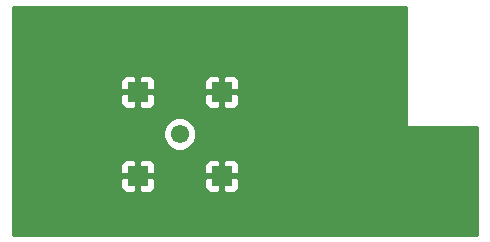
<source format=gbr>
G04 #@! TF.FileFunction,Copper,L2,Bot,Signal*
%FSLAX46Y46*%
G04 Gerber Fmt 4.6, Leading zero omitted, Abs format (unit mm)*
G04 Created by KiCad (PCBNEW 4.0.5) date 05/07/17 17:18:14*
%MOMM*%
%LPD*%
G01*
G04 APERTURE LIST*
%ADD10C,0.100000*%
%ADD11C,1.000000*%
%ADD12R,1.651000X1.651000*%
%ADD13C,1.550000*%
%ADD14C,0.254000*%
G04 APERTURE END LIST*
D10*
D11*
X117602000Y-112649000D03*
X115697000Y-112649000D03*
X113665000Y-112649000D03*
X104267000Y-113030000D03*
X106172000Y-112776000D03*
X108204000Y-112776000D03*
X99949000Y-113030000D03*
X102108000Y-113030000D03*
X110109000Y-112776000D03*
X118872000Y-111252000D03*
X118872000Y-115062000D03*
X118872000Y-113284000D03*
X118872000Y-117094000D03*
X116840000Y-118745000D03*
X118872000Y-118745000D03*
X83312000Y-118745000D03*
X85344000Y-118745000D03*
X89408000Y-118745000D03*
X87376000Y-118745000D03*
X96012000Y-118745000D03*
X98044000Y-118745000D03*
X93726000Y-118745000D03*
X91694000Y-118745000D03*
X115062000Y-118745000D03*
X102108000Y-118745000D03*
X100076000Y-118745000D03*
X106426000Y-118745000D03*
X104394000Y-118745000D03*
X113030000Y-118745000D03*
X110744000Y-118745000D03*
X108712000Y-118745000D03*
X81280000Y-118618000D03*
X81280000Y-116586000D03*
X81280000Y-112776000D03*
X81280000Y-114554000D03*
X81280000Y-110744000D03*
X81280000Y-102997000D03*
X81280000Y-106807000D03*
X81280000Y-105029000D03*
X81280000Y-108839000D03*
X90932000Y-111887000D03*
X90932000Y-110109000D03*
X95631000Y-114808000D03*
X93599000Y-114808000D03*
X93472000Y-114808000D03*
X95504000Y-114808000D03*
X95631000Y-107696000D03*
X93599000Y-107696000D03*
X93726000Y-107696000D03*
X95758000Y-107696000D03*
X111252000Y-108966000D03*
X106680000Y-101092000D03*
X108712000Y-101092000D03*
X110998000Y-101092000D03*
X102362000Y-101092000D03*
X104394000Y-101092000D03*
X113030000Y-108712000D03*
X113030000Y-104902000D03*
X113030000Y-106680000D03*
X113030000Y-102870000D03*
X98044000Y-101092000D03*
X100076000Y-101092000D03*
X102870000Y-109220000D03*
X100838000Y-109220000D03*
X109474000Y-109220000D03*
X113030000Y-101092000D03*
X107188000Y-109220000D03*
X105156000Y-109220000D03*
X89662000Y-101092000D03*
X91694000Y-101092000D03*
X96012000Y-101092000D03*
X93980000Y-101092000D03*
X85344000Y-101092000D03*
X87376000Y-101092000D03*
X83312000Y-101092000D03*
D12*
X90932000Y-114681000D03*
X98044000Y-107569000D03*
X90932000Y-107569000D03*
X98044000Y-114681000D03*
D13*
X94488000Y-111125000D03*
D11*
X81280000Y-101092000D03*
D14*
G36*
X113665000Y-110439200D02*
X113675006Y-110488610D01*
X113703447Y-110530235D01*
X113745841Y-110557515D01*
X113792000Y-110566200D01*
X119659400Y-110566200D01*
X119659400Y-119659400D01*
X80391000Y-119659400D01*
X80391000Y-114966750D01*
X89471500Y-114966750D01*
X89471500Y-115632810D01*
X89568173Y-115866199D01*
X89746802Y-116044827D01*
X89980191Y-116141500D01*
X90646250Y-116141500D01*
X90805000Y-115982750D01*
X90805000Y-114808000D01*
X91059000Y-114808000D01*
X91059000Y-115982750D01*
X91217750Y-116141500D01*
X91883809Y-116141500D01*
X92117198Y-116044827D01*
X92295827Y-115866199D01*
X92392500Y-115632810D01*
X92392500Y-114966750D01*
X96583500Y-114966750D01*
X96583500Y-115632810D01*
X96680173Y-115866199D01*
X96858802Y-116044827D01*
X97092191Y-116141500D01*
X97758250Y-116141500D01*
X97917000Y-115982750D01*
X97917000Y-114808000D01*
X98171000Y-114808000D01*
X98171000Y-115982750D01*
X98329750Y-116141500D01*
X98995809Y-116141500D01*
X99229198Y-116044827D01*
X99407827Y-115866199D01*
X99504500Y-115632810D01*
X99504500Y-114966750D01*
X99345750Y-114808000D01*
X98171000Y-114808000D01*
X97917000Y-114808000D01*
X96742250Y-114808000D01*
X96583500Y-114966750D01*
X92392500Y-114966750D01*
X92233750Y-114808000D01*
X91059000Y-114808000D01*
X90805000Y-114808000D01*
X89630250Y-114808000D01*
X89471500Y-114966750D01*
X80391000Y-114966750D01*
X80391000Y-113729190D01*
X89471500Y-113729190D01*
X89471500Y-114395250D01*
X89630250Y-114554000D01*
X90805000Y-114554000D01*
X90805000Y-113379250D01*
X91059000Y-113379250D01*
X91059000Y-114554000D01*
X92233750Y-114554000D01*
X92392500Y-114395250D01*
X92392500Y-113729190D01*
X96583500Y-113729190D01*
X96583500Y-114395250D01*
X96742250Y-114554000D01*
X97917000Y-114554000D01*
X97917000Y-113379250D01*
X98171000Y-113379250D01*
X98171000Y-114554000D01*
X99345750Y-114554000D01*
X99504500Y-114395250D01*
X99504500Y-113729190D01*
X99407827Y-113495801D01*
X99229198Y-113317173D01*
X98995809Y-113220500D01*
X98329750Y-113220500D01*
X98171000Y-113379250D01*
X97917000Y-113379250D01*
X97758250Y-113220500D01*
X97092191Y-113220500D01*
X96858802Y-113317173D01*
X96680173Y-113495801D01*
X96583500Y-113729190D01*
X92392500Y-113729190D01*
X92295827Y-113495801D01*
X92117198Y-113317173D01*
X91883809Y-113220500D01*
X91217750Y-113220500D01*
X91059000Y-113379250D01*
X90805000Y-113379250D01*
X90646250Y-113220500D01*
X89980191Y-113220500D01*
X89746802Y-113317173D01*
X89568173Y-113495801D01*
X89471500Y-113729190D01*
X80391000Y-113729190D01*
X80391000Y-111404236D01*
X93077755Y-111404236D01*
X93291963Y-111922658D01*
X93688256Y-112319643D01*
X94206303Y-112534755D01*
X94767236Y-112535245D01*
X95285658Y-112321037D01*
X95682643Y-111924744D01*
X95897755Y-111406697D01*
X95898245Y-110845764D01*
X95684037Y-110327342D01*
X95287744Y-109930357D01*
X94769697Y-109715245D01*
X94208764Y-109714755D01*
X93690342Y-109928963D01*
X93293357Y-110325256D01*
X93078245Y-110843303D01*
X93077755Y-111404236D01*
X80391000Y-111404236D01*
X80391000Y-107854750D01*
X89471500Y-107854750D01*
X89471500Y-108520810D01*
X89568173Y-108754199D01*
X89746802Y-108932827D01*
X89980191Y-109029500D01*
X90646250Y-109029500D01*
X90805000Y-108870750D01*
X90805000Y-107696000D01*
X91059000Y-107696000D01*
X91059000Y-108870750D01*
X91217750Y-109029500D01*
X91883809Y-109029500D01*
X92117198Y-108932827D01*
X92295827Y-108754199D01*
X92392500Y-108520810D01*
X92392500Y-107854750D01*
X96583500Y-107854750D01*
X96583500Y-108520810D01*
X96680173Y-108754199D01*
X96858802Y-108932827D01*
X97092191Y-109029500D01*
X97758250Y-109029500D01*
X97917000Y-108870750D01*
X97917000Y-107696000D01*
X98171000Y-107696000D01*
X98171000Y-108870750D01*
X98329750Y-109029500D01*
X98995809Y-109029500D01*
X99229198Y-108932827D01*
X99407827Y-108754199D01*
X99504500Y-108520810D01*
X99504500Y-107854750D01*
X99345750Y-107696000D01*
X98171000Y-107696000D01*
X97917000Y-107696000D01*
X96742250Y-107696000D01*
X96583500Y-107854750D01*
X92392500Y-107854750D01*
X92233750Y-107696000D01*
X91059000Y-107696000D01*
X90805000Y-107696000D01*
X89630250Y-107696000D01*
X89471500Y-107854750D01*
X80391000Y-107854750D01*
X80391000Y-106617190D01*
X89471500Y-106617190D01*
X89471500Y-107283250D01*
X89630250Y-107442000D01*
X90805000Y-107442000D01*
X90805000Y-106267250D01*
X91059000Y-106267250D01*
X91059000Y-107442000D01*
X92233750Y-107442000D01*
X92392500Y-107283250D01*
X92392500Y-106617190D01*
X96583500Y-106617190D01*
X96583500Y-107283250D01*
X96742250Y-107442000D01*
X97917000Y-107442000D01*
X97917000Y-106267250D01*
X98171000Y-106267250D01*
X98171000Y-107442000D01*
X99345750Y-107442000D01*
X99504500Y-107283250D01*
X99504500Y-106617190D01*
X99407827Y-106383801D01*
X99229198Y-106205173D01*
X98995809Y-106108500D01*
X98329750Y-106108500D01*
X98171000Y-106267250D01*
X97917000Y-106267250D01*
X97758250Y-106108500D01*
X97092191Y-106108500D01*
X96858802Y-106205173D01*
X96680173Y-106383801D01*
X96583500Y-106617190D01*
X92392500Y-106617190D01*
X92295827Y-106383801D01*
X92117198Y-106205173D01*
X91883809Y-106108500D01*
X91217750Y-106108500D01*
X91059000Y-106267250D01*
X90805000Y-106267250D01*
X90646250Y-106108500D01*
X89980191Y-106108500D01*
X89746802Y-106205173D01*
X89568173Y-106383801D01*
X89471500Y-106617190D01*
X80391000Y-106617190D01*
X80391000Y-100406200D01*
X113665000Y-100406200D01*
X113665000Y-110439200D01*
X113665000Y-110439200D01*
G37*
X113665000Y-110439200D02*
X113675006Y-110488610D01*
X113703447Y-110530235D01*
X113745841Y-110557515D01*
X113792000Y-110566200D01*
X119659400Y-110566200D01*
X119659400Y-119659400D01*
X80391000Y-119659400D01*
X80391000Y-114966750D01*
X89471500Y-114966750D01*
X89471500Y-115632810D01*
X89568173Y-115866199D01*
X89746802Y-116044827D01*
X89980191Y-116141500D01*
X90646250Y-116141500D01*
X90805000Y-115982750D01*
X90805000Y-114808000D01*
X91059000Y-114808000D01*
X91059000Y-115982750D01*
X91217750Y-116141500D01*
X91883809Y-116141500D01*
X92117198Y-116044827D01*
X92295827Y-115866199D01*
X92392500Y-115632810D01*
X92392500Y-114966750D01*
X96583500Y-114966750D01*
X96583500Y-115632810D01*
X96680173Y-115866199D01*
X96858802Y-116044827D01*
X97092191Y-116141500D01*
X97758250Y-116141500D01*
X97917000Y-115982750D01*
X97917000Y-114808000D01*
X98171000Y-114808000D01*
X98171000Y-115982750D01*
X98329750Y-116141500D01*
X98995809Y-116141500D01*
X99229198Y-116044827D01*
X99407827Y-115866199D01*
X99504500Y-115632810D01*
X99504500Y-114966750D01*
X99345750Y-114808000D01*
X98171000Y-114808000D01*
X97917000Y-114808000D01*
X96742250Y-114808000D01*
X96583500Y-114966750D01*
X92392500Y-114966750D01*
X92233750Y-114808000D01*
X91059000Y-114808000D01*
X90805000Y-114808000D01*
X89630250Y-114808000D01*
X89471500Y-114966750D01*
X80391000Y-114966750D01*
X80391000Y-113729190D01*
X89471500Y-113729190D01*
X89471500Y-114395250D01*
X89630250Y-114554000D01*
X90805000Y-114554000D01*
X90805000Y-113379250D01*
X91059000Y-113379250D01*
X91059000Y-114554000D01*
X92233750Y-114554000D01*
X92392500Y-114395250D01*
X92392500Y-113729190D01*
X96583500Y-113729190D01*
X96583500Y-114395250D01*
X96742250Y-114554000D01*
X97917000Y-114554000D01*
X97917000Y-113379250D01*
X98171000Y-113379250D01*
X98171000Y-114554000D01*
X99345750Y-114554000D01*
X99504500Y-114395250D01*
X99504500Y-113729190D01*
X99407827Y-113495801D01*
X99229198Y-113317173D01*
X98995809Y-113220500D01*
X98329750Y-113220500D01*
X98171000Y-113379250D01*
X97917000Y-113379250D01*
X97758250Y-113220500D01*
X97092191Y-113220500D01*
X96858802Y-113317173D01*
X96680173Y-113495801D01*
X96583500Y-113729190D01*
X92392500Y-113729190D01*
X92295827Y-113495801D01*
X92117198Y-113317173D01*
X91883809Y-113220500D01*
X91217750Y-113220500D01*
X91059000Y-113379250D01*
X90805000Y-113379250D01*
X90646250Y-113220500D01*
X89980191Y-113220500D01*
X89746802Y-113317173D01*
X89568173Y-113495801D01*
X89471500Y-113729190D01*
X80391000Y-113729190D01*
X80391000Y-111404236D01*
X93077755Y-111404236D01*
X93291963Y-111922658D01*
X93688256Y-112319643D01*
X94206303Y-112534755D01*
X94767236Y-112535245D01*
X95285658Y-112321037D01*
X95682643Y-111924744D01*
X95897755Y-111406697D01*
X95898245Y-110845764D01*
X95684037Y-110327342D01*
X95287744Y-109930357D01*
X94769697Y-109715245D01*
X94208764Y-109714755D01*
X93690342Y-109928963D01*
X93293357Y-110325256D01*
X93078245Y-110843303D01*
X93077755Y-111404236D01*
X80391000Y-111404236D01*
X80391000Y-107854750D01*
X89471500Y-107854750D01*
X89471500Y-108520810D01*
X89568173Y-108754199D01*
X89746802Y-108932827D01*
X89980191Y-109029500D01*
X90646250Y-109029500D01*
X90805000Y-108870750D01*
X90805000Y-107696000D01*
X91059000Y-107696000D01*
X91059000Y-108870750D01*
X91217750Y-109029500D01*
X91883809Y-109029500D01*
X92117198Y-108932827D01*
X92295827Y-108754199D01*
X92392500Y-108520810D01*
X92392500Y-107854750D01*
X96583500Y-107854750D01*
X96583500Y-108520810D01*
X96680173Y-108754199D01*
X96858802Y-108932827D01*
X97092191Y-109029500D01*
X97758250Y-109029500D01*
X97917000Y-108870750D01*
X97917000Y-107696000D01*
X98171000Y-107696000D01*
X98171000Y-108870750D01*
X98329750Y-109029500D01*
X98995809Y-109029500D01*
X99229198Y-108932827D01*
X99407827Y-108754199D01*
X99504500Y-108520810D01*
X99504500Y-107854750D01*
X99345750Y-107696000D01*
X98171000Y-107696000D01*
X97917000Y-107696000D01*
X96742250Y-107696000D01*
X96583500Y-107854750D01*
X92392500Y-107854750D01*
X92233750Y-107696000D01*
X91059000Y-107696000D01*
X90805000Y-107696000D01*
X89630250Y-107696000D01*
X89471500Y-107854750D01*
X80391000Y-107854750D01*
X80391000Y-106617190D01*
X89471500Y-106617190D01*
X89471500Y-107283250D01*
X89630250Y-107442000D01*
X90805000Y-107442000D01*
X90805000Y-106267250D01*
X91059000Y-106267250D01*
X91059000Y-107442000D01*
X92233750Y-107442000D01*
X92392500Y-107283250D01*
X92392500Y-106617190D01*
X96583500Y-106617190D01*
X96583500Y-107283250D01*
X96742250Y-107442000D01*
X97917000Y-107442000D01*
X97917000Y-106267250D01*
X98171000Y-106267250D01*
X98171000Y-107442000D01*
X99345750Y-107442000D01*
X99504500Y-107283250D01*
X99504500Y-106617190D01*
X99407827Y-106383801D01*
X99229198Y-106205173D01*
X98995809Y-106108500D01*
X98329750Y-106108500D01*
X98171000Y-106267250D01*
X97917000Y-106267250D01*
X97758250Y-106108500D01*
X97092191Y-106108500D01*
X96858802Y-106205173D01*
X96680173Y-106383801D01*
X96583500Y-106617190D01*
X92392500Y-106617190D01*
X92295827Y-106383801D01*
X92117198Y-106205173D01*
X91883809Y-106108500D01*
X91217750Y-106108500D01*
X91059000Y-106267250D01*
X90805000Y-106267250D01*
X90646250Y-106108500D01*
X89980191Y-106108500D01*
X89746802Y-106205173D01*
X89568173Y-106383801D01*
X89471500Y-106617190D01*
X80391000Y-106617190D01*
X80391000Y-100406200D01*
X113665000Y-100406200D01*
X113665000Y-110439200D01*
M02*

</source>
